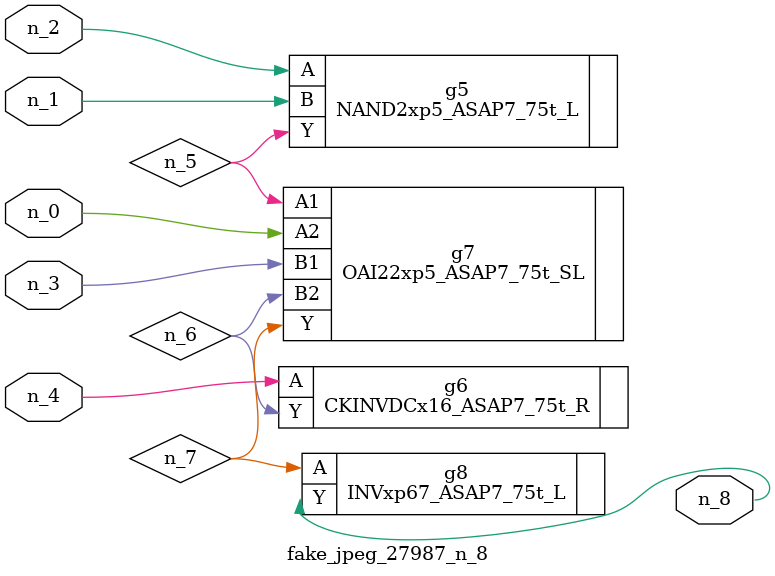
<source format=v>
module fake_jpeg_27987_n_8 (n_3, n_2, n_1, n_0, n_4, n_8);

input n_3;
input n_2;
input n_1;
input n_0;
input n_4;

output n_8;

wire n_6;
wire n_5;
wire n_7;

NAND2xp5_ASAP7_75t_L g5 ( 
.A(n_2),
.B(n_1),
.Y(n_5)
);

CKINVDCx16_ASAP7_75t_R g6 ( 
.A(n_4),
.Y(n_6)
);

OAI22xp5_ASAP7_75t_SL g7 ( 
.A1(n_5),
.A2(n_0),
.B1(n_3),
.B2(n_6),
.Y(n_7)
);

INVxp67_ASAP7_75t_L g8 ( 
.A(n_7),
.Y(n_8)
);


endmodule
</source>
